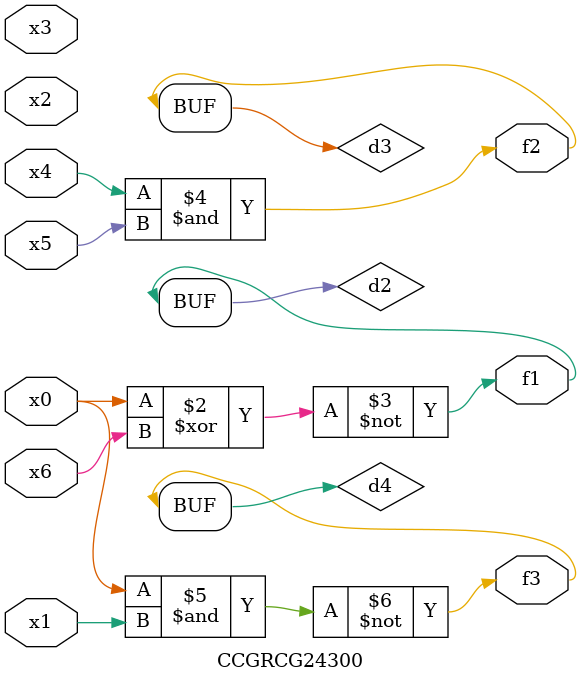
<source format=v>
module CCGRCG24300(
	input x0, x1, x2, x3, x4, x5, x6,
	output f1, f2, f3
);

	wire d1, d2, d3, d4;

	nor (d1, x0);
	xnor (d2, x0, x6);
	and (d3, x4, x5);
	nand (d4, x0, x1);
	assign f1 = d2;
	assign f2 = d3;
	assign f3 = d4;
endmodule

</source>
